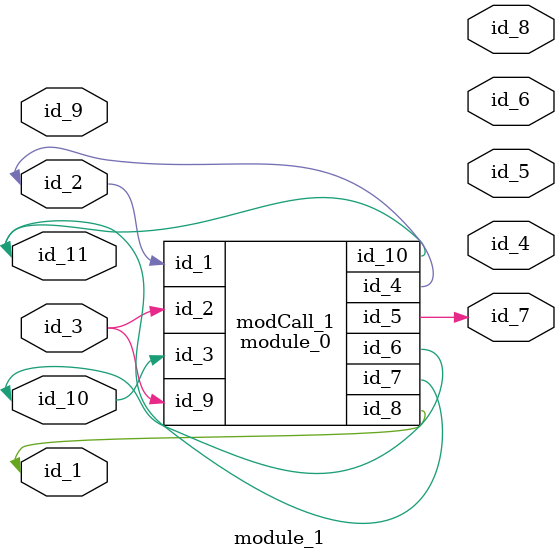
<source format=v>
module module_0 (
    id_1,
    id_2,
    id_3,
    id_4,
    id_5,
    id_6,
    id_7,
    id_8,
    id_9,
    id_10
);
  output wire id_10;
  input wire id_9;
  inout wire id_8;
  output wire id_7;
  inout wire id_6;
  output wire id_5;
  inout wire id_4;
  input wire id_3;
  input wire id_2;
  input wire id_1;
  always id_4 = id_3;
  wire id_11;
endmodule
module module_1 (
    id_1,
    id_2,
    id_3,
    id_4,
    id_5,
    id_6,
    id_7,
    id_8,
    id_9,
    id_10,
    id_11
);
  inout wire id_11;
  inout wire id_10;
  input wire id_9;
  output wire id_8;
  output wire id_7;
  output wire id_6;
  output wire id_5;
  output wire id_4;
  input wire id_3;
  inout wire id_2;
  inout wire id_1;
  module_0 modCall_1 (
      id_2,
      id_3,
      id_10,
      id_2,
      id_7,
      id_10,
      id_11,
      id_1,
      id_3,
      id_11
  );
endmodule

</source>
